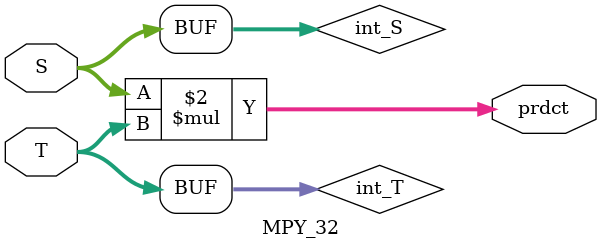
<source format=v>
`timescale 1ns / 1ps
/****************************** C E C S  4 4 0 ******************************
 * 
 * File Name:  MPY_32.v
 * Project:    Lab_Assignment_1
 * Designer:   Thomas Nguyen
 * Email:      tholinngu@gmail.com
 * Rev. No.:   Version 1.0
 * Rev. Date:  01/24/2019
 *
 * Purpose: The multiplication module is part of the function select opcode
 * that uses two 32 bit inputs of S and T data and converts those registers
 * to integer and does the calculation. The output is then 64 bits and then
 * goes back to the ALU_32 and split into half of Y_hi and Y_lo.
 * This uses signed integer.
 *          
 * Notes:
 *
 ****************************************************************************/
module MPY_32(S, T, prdct);

   input      [31:0] S, T;          //Inputs
   output reg [63:0] prdct;         //Output Product
   
   integer           int_S, int_T;
   
   always@(S, T) begin
      int_S = S;                    //Convert to integer
      int_T = T;

      prdct = int_S * int_T;        //Use integers to fill register

   end

endmodule

</source>
